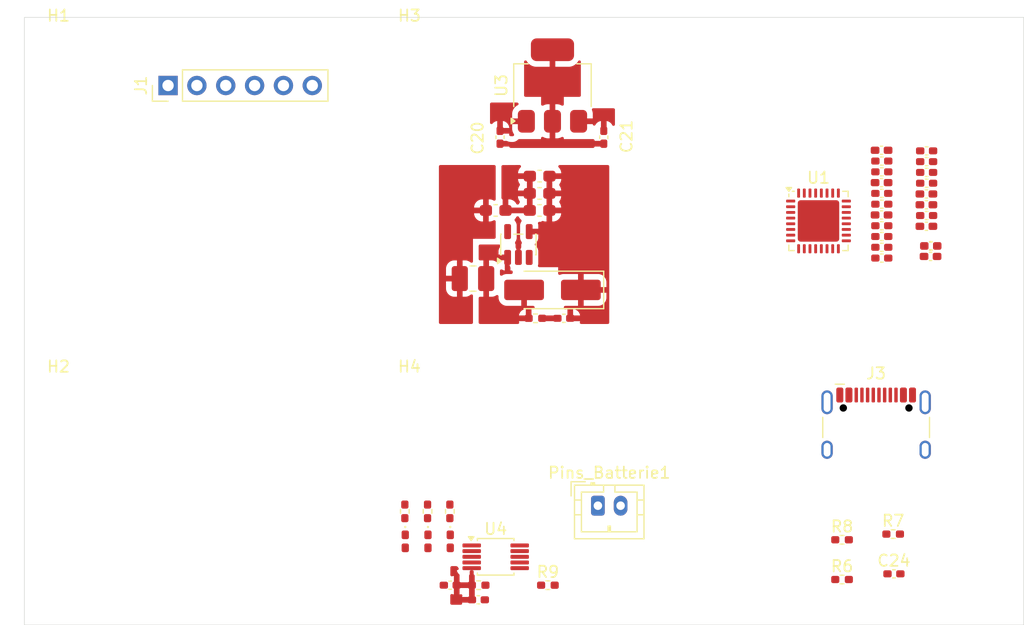
<source format=kicad_pcb>
(kicad_pcb (version 20241229) (generator "pcbnew") (generator_version "9.0")
  (layers (0 "F.Cu" signal) (2 "B.Cu" signal) (13 "F.Paste" user) (15 "B.Paste" user) (5 "F.SilkS" user "F.Silkscreen") (7 "B.SilkS" user "B.Silkscreen") (1 "F.Mask" user) (3 "B.Mask" user) (25 "Edge.Cuts" user))
  (net 0 "")
  (net 3 "Net-(C9-Pad1)")
  (net 10 "GND")
  (net 15 "Net-(C10-Pad1)")
  (net 16 "Net-(C11-Pad2)")
  (net 21 "Net-(U1-VCAP)")
  (net 22 "Net-(C13-Pad2)")
  (net 24 "Net-(U1-VFBSD)")
  (net 26 "Net-(U1-VLXSD)")
  (net 31 "Net-(U1-RX)")
  (net 32 "Net-(U1-TX_HP)")
  (net 33 "/Vout_StepUp")
  (net 34 "Net-(C17-Pad1)")
  (net 35 "Net-(D1-A)")
  (net 42 "/LDO_3.3V")
  (net 43 "/Vout_USBC")
  (net 44 "Net-(D2-K)")
  (net 45 "Net-(U4-STAT1)")
  (net 46 "Net-(D3-K)")
  (net 47 "Net-(U4-STAT2)")
  (net 48 "Net-(D4-K)")
  (net 49 "Net-(U4-~{PG})")
  (net 50 "Net-(U4-PROG)")
  (net 51 "Net-(U4-THERM)")
  (net 52 "Net-(L1-Pad1)")
  (net 53 "/Vout_Akku")
  (net 54 "Net-(J3-SHIELD)")
  (net 56 "Net-(J3-CC2)")
  (net 57 "Net-(J3-CC1)")
  (footprint "Capacitor_SMD:C_0402_1005Metric_Pad0.74x0.62mm_HandSolder" (layer "F.Cu") (at 167.0775 94.424727)
    (property "Reference" "C3" (hide yes))
    (property "Value" "C" (hide yes))
    (fp_line (start -0.115835 -0.36) (end 0.115835 -0.36) (stroke (width 0.12)) (layer "F.SilkS"))
    (fp_line (start -0.115835 0.36) (end 0.115835 0.36) (stroke (width 0.12)) (layer "F.SilkS"))
    (pad "1" smd roundrect (at -0.5675 0) (size 0.735 0.62) (layers "F.Cu" "F.Mask" "F.Paste") (net 10 "GND"))
    (pad "2" smd roundrect (at 0.5675 0) (size 0.735 0.62) (layers "F.Cu" "F.Mask" "F.Paste") (net 42 "/LDO_3.3V"))
  )
  (footprint "Package_TO_SOT_SMD:SOT-223" (layer "F.Cu") (at 134.13 86.772 90)
    (property "Reference" "U3" (at 0 -4.5 90) (layer "F.SilkS"))
    (property "Value" "LM3940IMP-3.3" (hide yes))
    (fp_line (start 1.91 -3.41) (end 1.91 -2.15) (stroke (width 0.12)) (layer "F.SilkS"))
    (fp_line (start -1.85 -3.41) (end 1.91 -3.41) (stroke (width 0.12)) (layer "F.SilkS"))
    (fp_line (start 1.91 3.41) (end 1.91 2.15) (stroke (width 0.12)) (layer "F.SilkS"))
    (fp_line (start -1.85 3.41) (end 1.91 3.41) (stroke (width 0.12)) (layer "F.SilkS"))
    (fp_poly (pts (xy -3.13 -3.31) (xy -3.37 -3.64) (xy -2.89 -3.64) (xy -3.13 -3.31)) (stroke (width 0.12)) (fill yes) (layer "F.SilkS"))
    (pad "1" smd roundrect (at -3.15 -2.3 90) (size 2 1.5) (layers "F.Cu" "F.Mask" "F.Paste") (net 33 "/Vout_StepUp"))
    (pad "2" smd roundrect (at -3.15 0 90) (size 2 1.5) (layers "F.Cu" "F.Mask" "F.Paste") (net 10 "GND"))
    (pad "3" smd roundrect (at -3.15 2.3 90) (size 2 1.5) (layers "F.Cu" "F.Mask" "F.Paste") (net 42 "/LDO_3.3V"))
    (pad "4" smd roundrect (at 3.15 0 90) (size 2 3.8) (layers "F.Cu" "F.Mask" "F.Paste") (net 10 "GND"))
  )
  (footprint "Capacitor_SMD:C_0402_1005Metric_Pad0.74x0.62mm_HandSolder" (layer "F.Cu") (at 163.13 99.119272)
    (property "Reference" "C7" (hide yes))
    (property "Value" "C" (hide yes))
    (fp_line (start -0.115835 -0.36) (end 0.115835 -0.36) (stroke (width 0.12)) (layer "F.SilkS"))
    (fp_line (start -0.115835 0.36) (end 0.115835 0.36) (stroke (width 0.12)) (layer "F.SilkS"))
    (pad "1" smd roundrect (at -0.5675 0) (size 0.735 0.62) (layers "F.Cu" "F.Mask" "F.Paste") (net 10 "GND"))
    (pad "2" smd roundrect (at 0.5675 0) (size 0.735 0.62) (layers "F.Cu" "F.Mask" "F.Paste") (net 42 "/LDO_3.3V"))
  )
  (footprint "Inductor_SMD:L_1008_2520Metric_Pad1.43x2.20mm_HandSolder" (layer "F.Cu") (at 127.13 103.772)
    (property "Reference" "L8" (hide yes))
    (property "Value" "2.2uH" (hide yes))
    (fp_line (start -0.261252 -1.11) (end 0.261252 -1.11) (stroke (width 0.12)) (layer "F.SilkS"))
    (fp_line (start -0.261252 1.11) (end 0.261252 1.11) (stroke (width 0.12)) (layer "F.SilkS"))
    (pad "1" smd roundrect (at -1.1625 0) (size 1.425 2.2) (layers "F.Cu" "F.Mask" "F.Paste") (roundrect_rratio 0.175439) (net 53 "/Vout_Akku"))
    (pad "2" smd roundrect (at 1.1625 0) (size 1.425 2.2) (layers "F.Cu" "F.Mask" "F.Paste") (roundrect_rratio 0.175439) (net 35 "Net-(D1-A)"))
  )
  (footprint "Capacitor_SMD:C_0402_1005Metric_Pad0.74x0.62mm_HandSolder" (layer "F.Cu") (at 167.0775 95.373818)
    (property "Reference" "C4" (hide yes))
    (property "Value" "C" (hide yes))
    (fp_line (start -0.115835 -0.36) (end 0.115835 -0.36) (stroke (width 0.12)) (layer "F.SilkS"))
    (fp_line (start -0.115835 0.36) (end 0.115835 0.36) (stroke (width 0.12)) (layer "F.SilkS"))
    (pad "1" smd roundrect (at -0.5675 0) (size 0.735 0.62) (layers "F.Cu" "F.Mask" "F.Paste") (net 10 "GND"))
    (pad "2" smd roundrect (at 0.5675 0) (size 0.735 0.62) (layers "F.Cu" "F.Mask" "F.Paste") (net 42 "/LDO_3.3V"))
  )
  (footprint "Inductor_SMD:L_0402_1005Metric_Pad0.77x0.64mm_HandSolder" (layer "F.Cu") (at 167.0575 97.272)
    (property "Reference" "L1" (hide yes))
    (property "Value" "L" (hide yes))
    (fp_line (start -0.1002 -0.36) (end 0.1002 -0.36) (stroke (width 0.12)) (layer "F.SilkS"))
    (fp_line (start -0.1002 0.36) (end 0.1002 0.36) (stroke (width 0.12)) (layer "F.SilkS"))
    (pad "1" smd roundrect (at -0.5725 0) (size 0.765 0.64) (layers "F.Cu" "F.Mask" "F.Paste") (net 52 "Net-(L1-Pad1)"))
    (pad "2" smd roundrect (at 0.5725 0) (size 0.765 0.64) (layers "F.Cu" "F.Mask" "F.Paste") (net 26 "Net-(U1-VLXSD)"))
  )
  (footprint "Capacitor_SMD:C_0402_1005Metric_Pad0.74x0.62mm_HandSolder" (layer "F.Cu") (at 163.13 97.22109)
    (property "Reference" "C12" (hide yes))
    (property "Value" "C" (hide yes))
    (fp_line (start -0.115835 -0.36) (end 0.115835 -0.36) (stroke (width 0.12)) (layer "F.SilkS"))
    (fp_line (start -0.115835 0.36) (end 0.115835 0.36) (stroke (width 0.12)) (layer "F.SilkS"))
    (pad "1" smd roundrect (at -0.5675 0) (size 0.735 0.62) (layers "F.Cu" "F.Mask" "F.Paste") (net 16 "Net-(C11-Pad2)"))
    (pad "2" smd roundrect (at 0.5675 0) (size 0.735 0.62) (layers "F.Cu" "F.Mask" "F.Paste") (net 10 "GND"))
  )
  (footprint "Inductor_SMD:L_0402_1005Metric_Pad0.77x0.64mm_HandSolder" (layer "F.Cu") (at 167.0575 99.170181)
    (property "Reference" "L3" (hide yes))
    (property "Value" "L" (hide yes))
    (fp_line (start -0.1002 -0.36) (end 0.1002 -0.36) (stroke (width 0.12)) (layer "F.SilkS"))
    (fp_line (start -0.1002 0.36) (end 0.1002 0.36) (stroke (width 0.12)) (layer "F.SilkS"))
    (pad "1" smd roundrect (at -0.5725 0) (size 0.765 0.64) (layers "F.Cu" "F.Mask" "F.Paste") (net 24 "Net-(U1-VFBSD)"))
    (pad "2" smd roundrect (at 0.5725 0) (size 0.765 0.64) (layers "F.Cu" "F.Mask" "F.Paste") (net 32 "Net-(U1-TX_HP)"))
  )
  (footprint "MountingHole:MountingHole_2.2mm_M2" (layer "F.Cu") (at 121.53 114.672)
    (property "Reference" "H4" (at 0 -3.15 0) (layer "F.SilkS"))
    (property "Value" "MountingHole")
    (pad "" np_thru_hole circle (at 0 0) (size 2.2 2.2) (drill 2.2) (layers "*.Cu" "*.Mask"))
  )
  (footprint "Diode_SMD:D_0402_1005Metric_Pad0.77x0.64mm_HandSolder" (layer "F.Cu") (at 121.166498 126.910886 -90)
    (property "Reference" "D2" (hide yes))
    (property "Value" "LED" (hide yes))
    (fp_circle (center -1.265 0) (end -1.215 0) (stroke (width 0.1)) (fill no) (layer "F.SilkS"))
    (pad "1" smd roundrect (at -0.5725 0 270) (size 0.765 0.64) (layers "F.Cu" "F.Mask" "F.Paste") (net 44 "Net-(D2-K)"))
    (pad "2" smd roundrect (at 0.5725 0 270) (size 0.765 0.64) (layers "F.Cu" "F.Mask" "F.Paste") (net 43 "/Vout_USBC"))
  )
  (footprint "MountingHole:MountingHole_2.2mm_M2" (layer "F.Cu") (at 90.63 114.672)
    (property "Reference" "H2" (at 0 -3.15 0) (layer "F.SilkS"))
    (property "Value" "MountingHole")
    (pad "" np_thru_hole circle (at 0 0) (size 2.2 2.2) (drill 2.2) (layers "*.Cu" "*.Mask"))
  )
  (footprint "Package_DFN_QFN:QFN-32-1EP_5x5mm_P0.5mm_EP3.7x3.7mm" (layer "F.Cu") (at 157.555 98.697)
    (property "Reference" "U1" (at 0 -3.8 0) (layer "F.SilkS"))
    (property "Value" "STM32WL31K8" (hide yes))
    (fp_line (start -2.61 -2.135) (end -2.61 -2.37) (stroke (width 0.12)) (layer "F.SilkS"))
    (fp_line (start -2.61 2.61) (end -2.61 2.135) (stroke (width 0.12)) (layer "F.SilkS"))
    (fp_line (start -2.135 -2.61) (end -2.31 -2.61) (stroke (width 0.12)) (layer "F.SilkS"))
    (fp_line (start -2.135 2.61) (end -2.61 2.61) (stroke (width 0.12)) (layer "F.SilkS"))
    (fp_line (start 2.135 -2.61) (end 2.61 -2.61) (stroke (width 0.12)) (layer "F.SilkS"))
    (fp_line (start 2.135 2.61) (end 2.61 2.61) (stroke (width 0.12)) (layer "F.SilkS"))
    (fp_line (start 2.61 -2.61) (end 2.61 -2.135) (stroke (width 0.12)) (layer "F.SilkS"))
    (fp_line (start 2.61 2.61) (end 2.61 2.135) (stroke (width 0.12)) (layer "F.SilkS"))
    (fp_poly (pts (xy -2.61 -2.61) (xy -2.85 -2.94) (xy -2.37 -2.94)) (stroke (width 0.12)) (fill yes) (layer "F.SilkS"))
    (pad "1" smd roundrect (at -2.45 -1.75) (size 0.8 0.25) (layers "F.Cu" "F.Mask" "F.Paste"))
    (pad "2" smd roundrect (at -2.45 -1.25) (size 0.8 0.25) (layers "F.Cu" "F.Mask" "F.Paste"))
    (pad "3" smd roundrect (at -2.45 -0.75) (size 0.8 0.25) (layers "F.Cu" "F.Mask" "F.Paste") (net 42 "/LDO_3.3V"))
    (pad "4" smd roundrect (at -2.45 -0.25) (size 0.8 0.25) (layers "F.Cu" "F.Mask" "F.Paste"))
    (pad "5" smd roundrect (at -2.45 0.25) (size 0.8 0.25) (layers "F.Cu" "F.Mask" "F.Paste"))
    (pad "6" smd roundrect (at -2.45 0.75) (size 0.8 0.25) (layers "F.Cu" "F.Mask" "F.Paste"))
    (pad "7" smd roundrect (at -2.45 1.25) (size 0.8 0.25) (layers "F.Cu" "F.Mask" "F.Paste"))
    (pad "8" smd roundrect (at -2.45 1.75) (size 0.8 0.25) (layers "F.Cu" "F.Mask" "F.Paste"))
    (pad "9" smd roundrect (at -1.75 2.45) (size 0.25 0.8) (layers "F.Cu" "F.Mask" "F.Paste"))
    (pad "10" smd roundrect (at -1.25 2.45) (size 0.25 0.8) (layers "F.Cu" "F.Mask" "F.Paste"))
    (pad "11" smd roundrect (at -0.75 2.45) (size 0.25 0.8) (layers "F.Cu" "F.Mask" "F.Paste"))
    (pad "12" smd roundrect (at -0.25 2.45) (size 0.25 0.8) (layers "F.Cu" "F.Mask" "F.Paste"))
    (pad "13" smd roundrect (at 0.25 2.45) (size 0.25 0.8) (layers "F.Cu" "F.Mask" "F.Paste"))
    (pad "14" smd roundrect (at 0.75 2.45) (size 0.25 0.8) (layers "F.Cu" "F.Mask" "F.Paste"))
    (pad "15" smd roundrect (at 1.25 2.45) (size 0.25 0.8) (layers "F.Cu" "F.Mask" "F.Paste") (net 31 "Net-(U1-RX)"))
    (pad "16" smd roundrect (at 1.75 2.45) (size 0.25 0.8) (layers "F.Cu" "F.Mask" "F.Paste") (net 10 "GND"))
    (pad "17" smd roundrect (at 2.45 1.75) (size 0.8 0.25) (layers "F.Cu" "F.Mask" "F.Paste") (net 32 "Net-(U1-TX_HP)"))
    (pad "18" smd roundrect (at 2.45 1.25) (size 0.8 0.25) (layers "F.Cu" "F.Mask" "F.Paste"))
    (pad "19" smd roundrect (at 2.45 0.75) (size 0.8 0.25) (layers "F.Cu" "F.Mask" "F.Paste") (net 42 "/LDO_3.3V"))
    (pad "20" smd roundrect (at 2.45 0.25) (size 0.8 0.25) (layers "F.Cu" "F.Mask" "F.Paste"))
    (pad "21" smd roundrect (at 2.45 -0.25) (size 0.8 0.25) (layers "F.Cu" "F.Mask" "F.Paste"))
    (pad "22" smd roundrect (at 2.45 -0.75) (size 0.8 0.25) (layers "F.Cu" "F.Mask" "F.Paste"))
    (pad "23" smd roundrect (at 2.45 -1.25) (size 0.8 0.25) (layers "F.Cu" "F.Mask" "F.Paste"))
    (pad "24" smd roundrect (at 2.45 -1.75) (size 0.8 0.25) (layers "F.Cu" "F.Mask" "F.Paste"))
    (pad "25" smd roundrect (at 1.75 -2.45) (size 0.25 0.8) (layers "F.Cu" "F.Mask" "F.Paste") (net 42 "/LDO_3.3V"))
    (pad "26" smd roundrect (at 1.25 -2.45) (size 0.25 0.8) (layers "F.Cu" "F.Mask" "F.Paste") (net 26 "Net-(U1-VLXSD)"))
    (pad "27" smd roundrect (at 0.75 -2.45) (size 0.25 0.8) (layers "F.Cu" "F.Mask" "F.Paste") (net 10 "GND"))
    (pad "28" smd roundrect (at 0.25 -2.45) (size 0.25 0.8) (layers "F.Cu" "F.Mask" "F.Paste") (net 24 "Net-(U1-VFBSD)"))
    (pad "29" smd roundrect (at -0.25 -2.45) (size 0.25 0.8) (layers "F.Cu" "F.Mask" "F.Paste") (net 21 "Net-(U1-VCAP)"))
    (pad "30" smd roundrect (at -0.75 -2.45) (size 0.25 0.8) (layers "F.Cu" "F.Mask" "F.Paste"))
    (pad "31" smd roundrect (at -1.25 -2.45) (size 0.25 0.8) (layers "F.Cu" "F.Mask" "F.Paste"))
    (pad "32" smd roundrect (at -1.75 -2.45) (size 0.25 0.8) (layers "F.Cu" "F.Mask" "F.Paste"))
    (pad "33" smd roundrect (at 0 0) (size 3.65 3.65) (property pad_prop_heatsink) (layers "F.Cu" "F.Mask") (roundrect_rratio 0.06756756757) (net 10 "GND"))
  )
  (footprint "Inductor_SMD:L_0402_1005Metric_Pad0.77x0.64mm_HandSolder" (layer "F.Cu") (at 167.4225 101.822909)
    (property "Reference" "L4" (hide yes))
    (property "Value" "L" (hide yes))
    (fp_line (start -0.1002 -0.36) (end 0.1002 -0.36) (stroke (width 0.12)) (layer "F.SilkS"))
    (fp_line (start -0.1002 0.36) (end 0.1002 0.36) (stroke (width 0.12)) (layer "F.SilkS"))
    (pad "1" smd roundrect (at -0.5725 0) (size 0.765 0.64) (layers "F.Cu" "F.Mask" "F.Paste") (net 32 "Net-(U1-TX_HP)"))
    (pad "2" smd roundrect (at 0.5725 0) (size 0.765 0.64) (layers "F.Cu" "F.Mask" "F.Paste") (net 3 "Net-(C9-Pad1)"))
  )
  (footprint "Resistor_SMD:R_0402_1005Metric_Pad0.72x0.64mm_HandSolder" (layer "F.Cu") (at 159.63 126.772)
    (property "Reference" "R8" (at 0 -1.17 0) (layer "F.SilkS"))
    (property "Value" "1MOhm")
    (fp_line (start -0.167621 -0.38) (end 0.167621 -0.38) (stroke (width 0.12)) (layer "F.SilkS"))
    (fp_line (start -0.167621 0.38) (end 0.167621 0.38) (stroke (width 0.12)) (layer "F.SilkS"))
    (pad "1" smd roundrect (at -0.5975 0) (size 0.715 0.64) (layers "F.Cu" "F.Mask" "F.Paste") (net 10 "GND"))
    (pad "2" smd roundrect (at 0.5975 0) (size 0.715 0.64) (layers "F.Cu" "F.Mask" "F.Paste") (net 54 "Net-(J3-SHIELD)"))
  )
  (footprint "Connector_PinHeader_2.54mm:PinHeader_1x06_P2.54mm_Vertical" (layer "F.Cu") (at 100.28 86.772 90)
    (property "Reference" "J1" (at 0 -2.38 90) (layer "F.SilkS"))
    (property "Value" "Conn_01x06_Socket")
    (fp_line (start -1.38 -1.38) (end 0 -1.38) (stroke (width 0.12)) (layer "F.SilkS"))
    (fp_line (start -1.38 0) (end -1.38 -1.38) (stroke (width 0.12)) (layer "F.SilkS"))
    (fp_line (start 1.38 1.27) (end 1.38 14.08) (stroke (width 0.12)) (layer "F.SilkS"))
    (fp_line (start -1.38 1.27) (end 1.38 1.27) (stroke (width 0.12)) (layer "F.SilkS"))
    (fp_line (start -1.38 1.27) (end -1.38 14.08) (stroke (width 0.12)) (layer "F.SilkS"))
    (fp_line (start -1.38 14.08) (end 1.38 14.08) (stroke (width 0.12)) (layer "F.SilkS"))
    (pad "1" thru_hole rect (at 0 0 90) (size 1.7 1.7) (drill 1) (layers "*.Cu" "*.Mask") (net 10 "GND"))
    (pad "2" thru_hole circle (at 0 2.54 90) (size 1.7 1.7) (drill 1) (layers "*.Cu" "*.Mask"))
    (pad "3" thru_hole circle (at 0 5.08 90) (size 1.7 1.7) (drill 1) (layers "*.Cu" "*.Mask") (net 33 "/Vout_StepUp"))
    (pad "4" thru_hole circle (at 0 7.62 90) (size 1.7 1.7) (drill 1) (layers "*.Cu" "*.Mask"))
    (pad "5" thru_hole circle (at 0 10.16 90) (size 1.7 1.7) (drill 1) (layers "*.Cu" "*.Mask"))
    (pad "6" thru_hole circle (at 0 12.7 90) (size 1.7 1.7) (drill 1) (layers "*.Cu" "*.Mask"))
  )
  (footprint "Connector_USB:USB_C_Receptacle_HCTL_HC-TYPE-C-16P-01A" (layer "F.Cu") (at 162.63 117.772)
    (property "Reference" "J3" (at 0 -5.645 0) (layer "F.SilkS"))
    (property "Value" "USB_C_Receptacle_USB2.0_16P")
    (fp_line (start -4.7 -1.78) (end -4.7 0) (stroke (width 0.12)) (layer "F.SilkS"))
    (fp_line (start -2.8 -4.7) (end -3.6 -4.7) (stroke (width 0.12)) (layer "F.SilkS"))
    (fp_line (start 4.7 -1.78) (end 4.7 0) (stroke (width 0.12)) (layer "F.SilkS"))
    (pad "" np_thru_hole circle (at -2.89 -2.605) (size 0.65 0.65) (drill 0.65) (layers "*.Mask"))
    (pad "" np_thru_hole circle (at 2.89 -2.605) (size 0.65 0.65) (drill 0.65) (layers "*.Mask"))
    (pad "A1" smd roundrect (at -3.2 -3.745) (size 0.6 1.3) (layers "F.Cu" "F.Mask" "F.Paste") (net 10 "GND"))
    (pad "A4" smd roundrect (at -2.4 -3.745) (size 0.6 1.3) (layers "F.Cu" "F.Mask" "F.Paste") (net 43 "/Vout_USBC"))
    (pad "A5" smd roundrect (at -1.25 -3.745) (size 0.3 1.3) (layers "F.Cu" "F.Mask" "F.Paste") (net 57 "Net-(J3-CC1)"))
    (pad "A6" smd roundrect (at -0.25 -3.745) (size 0.3 1.3) (layers "F.Cu" "F.Mask" "F.Paste"))
    (pad "A7" smd roundrect (at 0.25 -3.745) (size 0.3 1.3) (layers "F.Cu" "F.Mask" "F.Paste"))
    (pad "A8" smd roundrect (at 1.25 -3.745) (size 0.3 1.3) (layers "F.Cu" "F.Mask" "F.Paste"))
    (pad "A9" smd roundrect (at 2.4 -3.745) (size 0.6 1.3) (layers "F.Cu" "F.Mask" "F.Paste") (net 43 "/Vout_USBC"))
    (pad "A12" smd roundrect (at 3.2 -3.745) (size 0.6 1.3) (layers "F.Cu" "F.Mask" "F.Paste") (net 10 "GND"))
    (pad "B1" smd roundrect (at 3.2 -3.745) (size 0.6 1.3) (layers "F.Cu" "F.Mask" "F.Paste") (net 10 "GND"))
    (pad "B4" smd roundrect (at 2.4 -3.745) (size 0.6 1.3) (layers "F.Cu" "F.Mask" "F.Paste") (net 43 "/Vout_USBC"))
    (pad "B5" smd roundrect (at 1.75 -3.745) (size 0.3 1.3) (layers "F.Cu" "F.Mask" "F.Paste") (net 56 "Net-(J3-CC2)"))
    (pad "B6" smd roundrect (at 0.75 -3.745) (size 0.3 1.3) (layers "F.Cu" "F.Mask" "F.Paste"))
    (pad "B7" smd roundrect (at -0.75 -3.745) (size 0.3 1.3) (layers "F.Cu" "F.Mask" "F.Paste"))
    (pad "B8" smd roundrect (at -1.75 -3.745) (size 0.3 1.3) (layers "F.Cu" "F.Mask" "F.Paste"))
    (pad "B9" smd roundrect (at -2.4 -3.745) (size 0.6 1.3) (layers "F.Cu" "F.Mask" "F.Paste") (net 43 "/Vout_USBC"))
    (pad "B12" smd roundrect (at -3.2 -3.745) (size 0.6 1.3) (layers "F.Cu" "F.Mask" "F.Paste") (net 10 "GND"))
    (pad "S1" thru_hole oval (at -4.32 -3.105) (size 1 2.1) (drill oval 0.6 1.7) (property pad_prop_heatsink) (layers "*.Cu" "*.Mask") (net 54 "Net-(J3-SHIELD)"))
    (pad "S1" thru_hole oval (at -4.32 1.075) (size 1 1.6) (drill oval 0.6 1.2) (property pad_prop_heatsink) (layers "*.Cu" "*.Mask") (net 54 "Net-(J3-SHIELD)"))
    (pad "S1" thru_hole oval (at 4.32 -3.105) (size 1 2.1) (drill oval 0.6 1.7) (property pad_prop_heatsink) (layers "*.Cu" "*.Mask") (net 54 "Net-(J3-SHIELD)"))
    (pad "S1" thru_hole oval (at 4.32 1.075) (size 1 1.6) (drill oval 0.6 1.2) (property pad_prop_heatsink) (layers "*.Cu" "*.Mask") (net 54 "Net-(J3-SHIELD)"))
  )
  (footprint "Capacitor_SMD:C_0603_1608Metric_Pad1.08x0.95mm_HandSolder" (layer "F.Cu") (at 132.9925 97.772)
    (property "Reference" "C18" (hide yes))
    (property "Value" "10uF" (hide yes))
    (fp_line (start -0.146267 -0.51) (end 0.146267 -0.51) (stroke (width 0.12)) (layer "F.SilkS"))
    (fp_line (start -0.146267 0.51) (end 0.146267 0.51) (stroke (width 0.12)) (layer "F.SilkS"))
    (pad "1" smd roundrect (at -0.8625 0) (size 1.075 0.95) (layers "F.Cu" "F.Mask" "F.Paste") (net 10 "GND"))
    (pad "2" smd roundrect (at 0.8625 0) (size 1.075 0.95) (layers "F.Cu" "F.Mask" "F.Paste") (net 33 "/Vout_StepUp"))
  )
  (footprint "Resistor_SMD:R_0402_1005Metric_Pad0.72x0.64mm_HandSolder" (layer "F.Cu") (at 123.13 124.272 90)
    (property "Reference" "R3" (hide yes))
    (property "Value" "470Ohm" (hide yes))
    (fp_line (start -0.167621 -0.38) (end 0.167621 -0.38) (stroke (width 0.12)) (layer "F.SilkS"))
    (fp_line (start -0.167621 0.38) (end 0.167621 0.38) (stroke (width 0.12)) (layer "F.SilkS"))
    (pad "1" smd roundrect (at -0.5975 0 90) (size 0.715 0.64) (layers "F.Cu" "F.Mask" "F.Paste") (net 46 "Net-(D3-K)"))
    (pad "2" smd roundrect (at 0.5975 0 90) (size 0.715 0.64) (layers "F.Cu" "F.Mask" "F.Paste") (net 47 "Net-(U4-STAT2)"))
  )
  (footprint "Capacitor_SMD:C_0402_1005Metric_Pad0.74x0.62mm_HandSolder" (layer "F.Cu") (at 138.648209 91.329913 -90)
    (property "Reference" "C21" (at -0.0675 -2 90) (layer "F.SilkS"))
    (property "Value" "33uF" (hide yes))
    (fp_line (start -0.115835 0.36) (end 0.115835 0.36) (stroke (width 0.12)) (layer "F.SilkS"))
    (fp_line (start -0.115835 -0.36) (end 0.115835 -0.36) (stroke (width 0.12)) (layer "F.SilkS"))
    (pad "1" smd roundrect (at -0.5675 0 270) (size 0.735 0.62) (layers "F.Cu" "F.Mask" "F.Paste") (net 42 "/LDO_3.3V"))
    (pad "2" smd roundrect (at 0.5675 0 270) (size 0.735 0.62) (layers "F.Cu" "F.Mask" "F.Paste") (net 10 "GND"))
  )
  (footprint "Resistor_SMD:R_0402_1005Metric_Pad0.72x0.64mm_HandSolder" (layer "F.Cu") (at 125.093502 124.272 90)
    (property "Reference" "R4" (hide yes))
    (property "Value" "470Ohm" (hide yes))
    (fp_line (start -0.167621 -0.38) (end 0.167621 -0.38) (stroke (width 0.12)) (layer "F.SilkS"))
    (fp_line (start -0.167621 0.38) (end 0.167621 0.38) (stroke (width 0.12)) (layer "F.SilkS"))
    (pad "1" smd roundrect (at -0.5975 0 90) (size 0.715 0.64) (layers "F.Cu" "F.Mask" "F.Paste") (net 48 "Net-(D4-K)"))
    (pad "2" smd roundrect (at 0.5975 0 90) (size 0.715 0.64) (layers "F.Cu" "F.Mask" "F.Paste") (net 49 "Net-(U4-~{PG})"))
  )
  (footprint "Inductor_SMD:L_0402_1005Metric_Pad0.77x0.64mm_HandSolder" (layer "F.Cu") (at 167.0575 96.322909)
    (property "Reference" "L2" (hide yes))
    (property "Value" "L" (hide yes))
    (fp_line (start -0.1002 -0.36) (end 0.1002 -0.36) (stroke (width 0.12)) (layer "F.SilkS"))
    (fp_line (start -0.1002 0.36) (end 0.1002 0.36) (stroke (width 0.12)) (layer "F.SilkS"))
    (pad "1" smd roundrect (at -0.5725 0) (size 0.765 0.64) (layers "F.Cu" "F.Mask" "F.Paste") (net 24 "Net-(U1-VFBSD)"))
    (pad "2" smd roundrect (at 0.5725 0) (size 0.765 0.64) (layers "F.Cu" "F.Mask" "F.Paste") (net 52 "Net-(L1-Pad1)"))
  )
  (footprint "Capacitor_SMD:C_0402_1005Metric_Pad0.74x0.62mm_HandSolder" (layer "F.Cu") (at 163.13 94.373818)
    (property "Reference" "C6" (hide yes))
    (property "Value" "C" (hide yes))
    (fp_line (start -0.115835 -0.36) (end 0.115835 -0.36) (stroke (width 0.12)) (layer "F.SilkS"))
    (fp_line (start -0.115835 0.36) (end 0.115835 0.36) (stroke (width 0.12)) (layer "F.SilkS"))
    (pad "1" smd roundrect (at -0.5675 0) (size 0.735 0.62) (layers "F.Cu" "F.Mask" "F.Paste") (net 10 "GND"))
    (pad "2" smd roundrect (at 0.5675 0) (size 0.735 0.62) (layers "F.Cu" "F.Mask" "F.Paste") (net 24 "Net-(U1-VFBSD)"))
  )
  (footprint "Resistor_SMD:R_0402_1005Metric_Pad0.72x0.64mm_HandSolder" (layer "F.Cu") (at 164.13 126.272)
    (property "Reference" "R7" (at 0 -1.17 0) (layer "F.SilkS"))
    (property "Value" "5,1kOhm")
    (fp_line (start -0.167621 -0.38) (end 0.167621 -0.38) (stroke (width 0.12)) (layer "F.SilkS"))
    (fp_line (start -0.167621 0.38) (end 0.167621 0.38) (stroke (width 0.12)) (layer "F.SilkS"))
    (pad "1" smd roundrect (at -0.5975 0) (size 0.715 0.64) (layers "F.Cu" "F.Mask" "F.Paste") (net 56 "Net-(J3-CC2)"))
    (pad "2" smd roundrect (at 0.5975 0) (size 0.715 0.64) (layers "F.Cu" "F.Mask" "F.Paste") (net 10 "GND"))
  )
  (footprint "Package_SO:MSOP-10_3x3mm_P0.5mm" (layer "F.Cu") (at 129.13 128.272)
    (property "Reference" "U4" (at 0 -2.45 0) (layer "F.SilkS"))
    (property "Value" "MCP73833-xxx-UN" (hide yes))
    (fp_line (start -1.61 -1.61) (end 1.61 -1.61) (stroke (width 0.12)) (layer "F.SilkS"))
    (fp_line (start -1.61 -1.435) (end -1.61 -1.61) (stroke (width 0.12)) (layer "F.SilkS"))
    (fp_line (start -1.61 1.61) (end -1.61 1.435) (stroke (width 0.12)) (layer "F.SilkS"))
    (fp_line (start 1.61 -1.61) (end 1.61 -1.435) (stroke (width 0.12)) (layer "F.SilkS"))
    (fp_line (start 1.61 1.435) (end 1.61 1.61) (stroke (width 0.12)) (layer "F.SilkS"))
    (fp_line (start 1.61 1.61) (end -1.61 1.61) (stroke (width 0.12)) (layer "F.SilkS"))
    (fp_poly (pts (xy -2.16 -1.44) (xy -2.4 -1.77) (xy -1.92 -1.77)) (stroke (width 0.12)) (fill yes) (layer "F.SilkS"))
    (pad "1" smd roundrect (at -2.1125 -1) (size 1.625 0.35) (layers "F.Cu" "F.Mask" "F.Paste") (net 43 "/Vout_USBC"))
    (pad "2" smd roundrect (at -2.1125 -0.5) (size 1.625 0.35) (layers "F.Cu" "F.Mask" "F.Paste") (net 43 "/Vout_USBC"))
    (pad "3" smd roundrect (at -2.1125 0) (size 1.625 0.35) (layers "F.Cu" "F.Mask" "F.Paste") (net 45 "Net-(U4-STAT1)"))
    (pad "4" smd roundrect (at -2.1125 0.5) (size 1.625 0.35) (layers "F.Cu" "F.Mask" "F.Paste") (net 47 "Net-(U4-STAT2)"))
    (pad "5" smd roundrect (at -2.1125 1) (size 1.625 0.35) (layers "F.Cu" "F.Mask" "F.Paste") (net 10 "GND"))
    (pad "6" smd roundrect (at 2.1125 1) (size 1.625 0.35) (layers "F.Cu" "F.Mask" "F.Paste") (net 50 "Net-(U4-PROG)"))
    (pad "7" smd roundrect (at 2.1125 0.5) (size 1.625 0.35) (layers "F.Cu" "F.Mask" "F.Paste") (net 49 "Net-(U4-~{PG})"))
    (pad "8" smd roundrect (at 2.1125 0) (size 1.625 0.35) (layers "F.Cu" "F.Mask" "F.Paste") (net 51 "Net-(U4-THERM)"))
    (pad "9" smd roundrect (at 2.1125 -0.5) (size 1.625 0.35) (layers "F.Cu" "F.Mask" "F.Paste") (net 53 "/Vout_Akku"))
    (pad "10" smd roundrect (at 2.1125 -1) (size 1.625 0.35) (layers "F.Cu" "F.Mask" "F.Paste") (net 53 "/Vout_Akku"))
  )
  (footprint "Diode_SMD:D_0402_1005Metric_Pad0.77x0.64mm_HandSolder" (layer "F.Cu") (at 123.166498 126.910886 -90)
    (property "Reference" "D3" (hide yes))
    (property "Value" "LED" (hide yes))
    (fp_circle (center -1.265 0) (end -1.215 0) (stroke (width 0.1)) (fill no) (layer "F.SilkS"))
    (pad "1" smd roundrect (at -0.5725 0 270) (size 0.765 0.64) (layers "F.Cu" "F.Mask" "F.Paste") (net 46 "Net-(D3-K)"))
    (pad "2" smd roundrect (at 0.5725 0 270) (size 0.765 0.64) (layers "F.Cu" "F.Mask" "F.Paste") (net 43 "/Vout_USBC"))
  )
  (footprint "Package_TO_SOT_SMD:SOT-23-5" (layer "F.Cu") (at 131.13 100.772 90)
    (property "Reference" "U2" (hide yes))
    (property "Value" "TPS613222ADBV" (hide yes))
    (fp_line (start 0.91 -1.56) (end 0.91 -1.51) (stroke (width 0.12)) (layer "F.SilkS"))
    (fp_line (start -0.91 -1.56) (end 0.91 -1.56) (stroke (width 0.12)) (layer "F.SilkS"))
    (fp_line (start -0.91 -1.51) (end -0.91 -1.56) (stroke (width 0.12)) (layer "F.SilkS"))
    (fp_line (start 0.91 -0.39) (end 0.91 0.39) (stroke (width 0.12)) (layer "F.SilkS"))
    (fp_line (start 0.91 1.51) (end 0.91 1.56) (stroke (width 0.12)) (layer "F.SilkS"))
    (fp_line (start 0.91 1.56) (end -0.91 1.56) (stroke (width 0.12)) (layer "F.SilkS"))
    (fp_line (start -0.91 1.56) (end -0.91 1.51) (stroke (width 0.12)) (layer "F.SilkS"))
    (fp_poly (pts (xy -1.45 -1.51) (xy -1.69 -1.84) (xy -1.21 -1.84)) (stroke (width 0.12)) (fill yes) (layer "F.SilkS"))
    (pad "1" smd roundrect (at -1.1375 -0.95 90) (size 1.325 0.6) (layers "F.Cu" "F.Mask" "F.Paste") (net 35 "Net-(D1-A)"))
    (pad "2" smd roundrect (at -1.1375 0 90) (size 1.325 0.6) (layers "F.Cu" "F.Mask" "F.Paste") (net 10 "GND"))
    (pad "3" smd roundrect (at -1.1375 0.95 90) (size 1.325 0.6) (layers "F.Cu" "F.Mask" "F.Paste"))
    (pad "4" smd roundrect (at 1.1375 0.95 90) (size 1.325 0.6) (layers "F.Cu" "F.Mask" "F.Paste") (net 33 "/Vout_StepUp"))
    (pad "5" smd roundrect (at 1.1375 -0.95 90) (size 1.325 0.6) (layers "F.Cu" "F.Mask" "F.Paste"))
  )
  (footprint "Capacitor_SMD:C_0603_1608Metric_Pad1.08x0.95mm_HandSolder" (layer "F.Cu") (at 129.13 97.772 180)
    (property "Reference" "C25" (hide yes))
    (property "Value" "10uF" (hide yes))
    (fp_line (start -0.146267 0.51) (end 0.146267 0.51) (stroke (width 0.12)) (layer "F.SilkS"))
    (fp_line (start -0.146267 -0.51) (end 0.146267 -0.51) (stroke (width 0.12)) (layer "F.SilkS"))
    (pad "1" smd roundrect (at -0.8625 0 180) (size 1.075 0.95) (layers "F.Cu" "F.Mask" "F.Paste") (net 10 "GND"))
    (pad "2" smd roundrect (at 0.8625 0 180) (size 1.075 0.95) (layers "F.Cu" "F.Mask" "F.Paste") (net 53 "/Vout_Akku"))
  )
  (footprint "Resistor_SMD:R_0402_1005Metric_Pad0.72x0.64mm_HandSolder" (layer "F.Cu") (at 133.7275 130.772)
    (property "Reference" "R9" (at 0 -1.17 0) (layer "F.SilkS"))
    (property "Value" "10kOhm")
    (fp_line (start -0.167621 -0.38) (end 0.167621 -0.38) (stroke (width 0.12)) (layer "F.SilkS"))
    (fp_line (start -0.167621 0.38) (end 0.167621 0.38) (stroke (width 0.12)) (layer "F.SilkS"))
    (pad "1" smd roundrect (at -0.5975 0) (size 0.715 0.64) (layers "F.Cu" "F.Mask" "F.Paste") (net 51 "Net-(U4-THERM)"))
    (pad "2" smd roundrect (at 0.5975 0) (size 0.715 0.64) (layers "F.Cu" "F.Mask" "F.Paste") (net 10 "GND"))
  )
  (footprint "Capacitor_SMD:C_0402_1005Metric_Pad0.74x0.62mm_HandSolder" (layer "F.Cu") (at 163.13 93.424727)
    (property "Reference" "C11" (hide yes))
    (property "Value" "C" (hide yes))
    (fp_line (start -0.115835 -0.36) (end 0.115835 -0.36) (stroke (width 0.12)) (layer "F.SilkS"))
    (fp_line (start -0.115835 0.36) (end 0.115835 0.36) (stroke (width 0.12)) (layer "F.SilkS"))
    (pad "1" smd roundrect (at -0.5675 0) (size 0.735 0.62) (layers "F.Cu" "F.Mask" "F.Paste") (net 15 "Net-(C10-Pad1)"))
    (pad "2" smd roundrect (at 0.5675 0) (size 0.735 0.62) (layers "F.Cu" "F.Mask" "F.Paste") (net 16 "Net-(C11-Pad2)"))
  )
  (footprint "Capacitor_SMD:C_0402_1005Metric_Pad0.74x0.62mm_HandSolder" (layer "F.Cu") (at 163.13 96.272)
    (property "Reference" "C1" (hide yes))
    (property "Value" "100nF" (hide yes))
    (fp_line (start -0.115835 -0.36) (end 0.115835 -0.36) (stroke (width 0.12)) (layer "F.SilkS"))
    (fp_line (start -0.115835 0.36) (end 0.115835 0.36) (stroke (width 0.12)) (layer "F.SilkS"))
    (pad "1" smd roundrect (at -0.5675 0) (size 0.735 0.62) (layers "F.Cu" "F.Mask" "F.Paste") (net 10 "GND"))
    (pad "2" smd roundrect (at 0.5675 0) (size 0.735 0.62) (layers "F.Cu" "F.Mask" "F.Paste") (net 21 "Net-(U1-VCAP)"))
  )
  (footprint "Capacitor_SMD:C_0402_1005Metric_Pad0.74x0.62mm_HandSolder" (layer "F.Cu") (at 125.13 130.772)
    (property "Reference" "C22" (hide yes))
    (property "Value" "1uF" (hide yes))
    (fp_line (start -0.115835 -0.36) (end 0.115835 -0.36) (stroke (width 0.12)) (layer "F.SilkS"))
    (fp_line (start -0.115835 0.36) (end 0.115835 0.36) (stroke (width 0.12)) (layer "F.SilkS"))
    (pad "1" smd roundrect (at -0.5675 0) (size 0.735 0.62) (layers "F.Cu" "F.Mask" "F.Paste") (net 43 "/Vout_USBC"))
    (pad "2" smd roundrect (at 0.5675 0) (size 0.735 0.62) (layers "F.Cu" "F.Mask" "F.Paste") (net 10 "GND"))
  )
  (footprint "Resistor_SMD:R_0402_1005Metric_Pad0.72x0.64mm_HandSolder" (layer "F.Cu") (at 121.13 124.272 90)
    (property "Reference" "R2" (hide yes))
    (property "Value" "470Ohm" (hide yes))
    (fp_line (start -0.167621 -0.38) (end 0.167621 -0.38) (stroke (width 0.12)) (layer "F.SilkS"))
    (fp_line (start -0.167621 0.38) (end 0.167621 0.38) (stroke (width 0.12)) (layer "F.SilkS"))
    (pad "1" smd roundrect (at -0.5975 0 90) (size 0.715 0.64) (layers "F.Cu" "F.Mask" "F.Paste") (net 44 "Net-(D2-K)"))
    (pad "2" smd roundrect (at 0.5975 0 90) (size 0.715 0.64) (layers "F.Cu" "F.Mask" "F.Paste") (net 45 "Net-(U4-STAT1)"))
  )
  (footprint "Capacitor_SMD:C_0402_1005Metric_Pad0.74x0.62mm_HandSolder" (layer "F.Cu") (at 163.13 101.966545)
    (property "Reference" "C15" (hide yes))
    (property "Value" "C" (hide yes))
    (fp_line (start -0.115835 -0.36) (end 0.115835 -0.36) (stroke (width 0.12)) (layer "F.SilkS"))
    (fp_line (start -0.115835 0.36) (end 0.115835 0.36) (stroke (width 0.12)) (layer "F.SilkS"))
    (pad "1" smd roundrect (at -0.5675 0) (size 0.735 0.62) (layers "F.Cu" "F.Mask" "F.Paste") (net 22 "Net-(C13-Pad2)"))
    (pad "2" smd roundrect (at 0.5675 0) (size 0.735 0.62) (layers "F.Cu" "F.Mask" "F.Paste") (net 10 "GND"))
  )
  (footprint "Capacitor_SMD:C_0402_1005Metric_Pad0.74x0.62mm_HandSolder" (layer "F.Cu") (at 135.13 107.272)
    (property "Reference" "C17" (hide yes))
    (property "Value" "120pF" (hide yes))
    (fp_line (start -0.115835 -0.36) (end 0.115835 -0.36) (stroke (width 0.12)) (layer "F.SilkS"))
    (fp_line (start -0.115835 0.36) (end 0.115835 0.36) (stroke (width 0.12)) (layer "F.SilkS"))
    (pad "1" smd roundrect (at -0.5675 0) (size 0.735 0.62) (layers "F.Cu" "F.Mask" "F.Paste") (net 34 "Net-(C17-Pad1)"))
    (pad "2" smd roundrect (at 0.5675 0) (size 0.735 0.62) (layers "F.Cu" "F.Mask" "F.Paste") (net 33 "/Vout_StepUp"))
  )
  (footprint "Capacitor_SMD:C_0402_1005Metric_Pad0.74x0.62mm_HandSolder" (layer "F.Cu") (at 167.0775 93.475636)
    (property "Reference" "C2" (hide yes))
    (property "Value" "C" (hide yes))
    (fp_line (start -0.115835 -0.36) (end 0.115835 -0.36) (stroke (width 0.12)) (layer "F.SilkS"))
    (fp_line (start -0.115835 0.36) (end 0.115835 0.36) (stroke (width 0.12)) (layer "F.SilkS"))
    (pad "1" smd roundrect (at -0.5675 0) (size 0.735 0.62) (layers "F.Cu" "F.Mask" "F.Paste") (net 10 "GND"))
    (pad "2" smd roundrect (at 0.5675 0) (size 0.735 0.62) (layers "F.Cu" "F.Mask" "F.Paste") (net 42 "/LDO_3.3V"))
  )
  (footprint "Capacitor_SMD:C_0402_1005Metric_Pad0.74x0.62mm_HandSolder" (layer "F.Cu") (at 167.0775 98.22109)
    (property "Reference" "C5" (hide yes))
    (property "Value" "C" (hide yes))
    (fp_line (start -0.115835 -0.36) (end 0.115835 -0.36) (stroke (width 0.12)) (layer "F.SilkS"))
    (fp_line (start -0.115835 0.36) (end 0.115835 0.36) (stroke (width 0.12)) (layer "F.SilkS"))
    (pad "1" smd roundrect (at -0.5675 0) (size 0.735 0.62) (layers "F.Cu" "F.Mask" "F.Paste") (net 10 "GND"))
    (pad "2" smd roundrect (at 0.5675 0) (size 0.735 0.62) (layers "F.Cu" "F.Mask" "F.Paste") (net 24 "Net-(U1-VFBSD)"))
  )
  (footprint "Capacitor_SMD:C_0402_1005Metric_Pad0.74x0.62mm_HandSolder" (layer "F.Cu") (at 163.13 101.017454)
    (property "Reference" "C14" (hide yes))
    (property "Value" "C" (hide yes))
    (fp_line (start -0.115835 -0.36) (end 0.115835 -0.36) (stroke (width 0.12)) (layer "F.SilkS"))
    (fp_line (start -0.115835 0.36) (end 0.115835 0.36) (stroke (width 0.12)) (layer "F.SilkS"))
    (pad "1" smd roundrect (at -0.5675 0) (size 0.735 0.62) (layers "F.Cu" "F.Mask" "F.Paste") (net 31 "Net-(U1-RX)"))
    (pad "2" smd roundrect (at 0.5675 0) (size 0.735 0.62) (layers "F.Cu" "F.Mask" "F.Paste") (net 10 "GND"))
  )
  (footprint "Capacitor_SMD:C_0402_1005Metric_Pad0.74x0.62mm_HandSolder" (layer "F.Cu") (at 167.4425 100.924727)
    (property "Reference" "C10" (hide yes))
    (property "Value" "C" (hide yes))
    (fp_line (start -0.115835 -0.36) (end 0.115835 -0.36) (stroke (width 0.12)) (layer "F.SilkS"))
    (fp_line (start -0.115835 0.36) (end 0.115835 0.36) (stroke (width 0.12)) (layer "F.SilkS"))
    (pad "1" smd roundrect (at -0.5675 0) (size 0.735 0.62) (layers "F.Cu" "F.Mask" "F.Paste") (net 15 "Net-(C10-Pad1)"))
    (pad "2" smd roundrect (at 0.5675 0) (size 0.735 0.62) (layers "F.Cu" "F.Mask" "F.Paste") (net 10 "GND"))
  )
  (footprint "Resistor_SMD:R_0402_1005Metric_Pad0.72x0.64mm_HandSolder" (layer "F.Cu") (at 159.63 130.272)
    (property "Reference" "R6" (at 0 -1.17 0) (layer "F.SilkS"))
    (property "Value" "5,1kOhm")
    (fp_line (start -0.167621 -0.38) (end 0.167621 -0.38) (stroke (width 0.12)) (layer "F.SilkS"))
    (fp_line (start -0.167621 0.38) (end 0.167621 0.38) (stroke (width 0.12)) (layer "F.SilkS"))
    (pad "1" smd roundrect (at -0.5975 0) (size 0.715 0.64) (layers "F.Cu" "F.Mask" "F.Paste") (net 57 "Net-(J3-CC1)"))
    (pad "2" smd roundrect (at 0.5975 0) (size 0.715 0.64) (layers "F.Cu" "F.Mask" "F.Paste") (net 10 "GND"))
  )
  (footprint "Capacitor_SMD:C_0402_1005Metric_Pad0.74x0.62mm_HandSolder" (layer "F.Cu") (at 164.1975 129.772)
    (property "Reference" "C24" (at 0 -1.16 0) (layer "F.SilkS"))
    (property "Value" "100nF")
    (fp_line (start -0.115835 -0.36) (end 0.115835 -0.36) (stroke (width 0.12)) (layer "F.SilkS"))
    (fp_line (start -0.115835 0.36) (end 0.115835 0.36) (stroke (width 0.12)) (layer "F.SilkS"))
    (pad "1" smd roundrect (at -0.5675 0) (size 0.735 0.62) (layers "F.Cu" "F.Mask" "F.Paste") (net 54 "Net-(J3-SHIELD)"))
    (pad "2" smd roundrect (at 0.5675 0) (size 0.735 0.62) (layers "F.Cu" "F.Mask" "F.Paste") (net 10 "GND"))
  )
  (footprint "Resistor_SMD:R_0402_1005Metric_Pad0.72x0.64mm_HandSolder" (layer "F.Cu") (at 127.63 130.772)
    (property "Reference" "R5" (hide yes))
    (property "Value" "1kOhm" (hide yes))
    (fp_line (start -0.167621 -0.38) (end 0.167621 -0.38) (stroke (width 0.12)) (layer "F.SilkS"))
    (fp_line (start -0.167621 0.38) (end 0.167621 0.38) (stroke (width 0.12)) (layer "F.SilkS"))
    (pad "1" smd roundrect (at -0.5975 0) (size 0.715 0.64) (layers "F.Cu" "F.Mask" "F.Paste") (net 10 "GND"))
    (pad "2" smd roundrect (at 0.5975 0) (size 0.715 0.64) (layers "F.Cu" "F.Mask" "F.Paste") (net 50 "Net-(U4-PROG)"))
  )
  (footprint "Inductor_SMD:L_0402_1005Metric_Pad0.77x0.64mm_HandSolder" (layer "F.Cu") (at 163.11 98.170181)
    (property "Reference" "L7" (hide yes))
    (property "Value" "L" (hide yes))
    (fp_line (start -0.1002 -0.36) (end 0.1002 -0.36) (stroke (width 0.12)) (layer "F.SilkS"))
    (fp_line (start -0.1002 0.36) (end 0.1002 0.36) (stroke (width 0.12)) (layer "F.SilkS"))
    (pad "1" smd roundrect (at -0.5725 0) (size 0.765 0.64) (layers "F.Cu" "F.Mask" "F.Paste") (net 31 "Net-(U1-RX)"))
    (pad "2" smd roundrect (at 0.5725 0) (size 0.765 0.64) (layers "F.Cu" "F.Mask" "F.Paste") (net 22 "Net-(C13-Pad2)"))
  )
  (footprint "Capacitor_SMD:C_0603_1608Metric_Pad1.08x0.95mm_HandSolder" (layer "F.Cu") (at 132.9925 96.272)
    (property "Reference" "C16" (hide yes))
    (property "Value" "10uF" (hide yes))
    (fp_line (start -0.146267 -0.51) (end 0.146267 -0.51) (stroke (width 0.12)) (layer "F.SilkS"))
    (fp_line (start -0.146267 0.51) (end 0.146267 0.51) (stroke (width 0.12)) (layer "F.SilkS"))
    (pad "1" smd roundrect (at -0.8625 0) (size 1.075 0.95) (layers "F.Cu" "F.Mask" "F.Paste") (net 10 "GND"))
    (pad "2" smd roundrect (at 0.8625 0) (size 1.075 0.95) (layers "F.Cu" "F.Mask" "F.Paste") (net 33 "/Vout_StepUp"))
  )
  (footprint "Diode_SMD:D_SMA_Handsoldering" (layer "F.Cu") (at 134.13 104.772 180)
    (property "Reference" "D1" (hide yes))
    (property "Value" "D_Schottky" (hide yes))
    (fp_line (start -4.51 1.65) (end 2.5 1.65) (stroke (width 0.12)) (layer "F.SilkS"))
    (fp_line (start -4.51 -1.65) (end 2.5 -1.65) (stroke (width 0.12)) (layer "F.SilkS"))
    (fp_line (start -4.51 -1.65) (end -4.51 1.65) (stroke (width 0.12)) (layer "F.SilkS"))
    (pad "1" smd roundrect (at -2.5 0 180) (size 3.5 1.8) (layers "F.Cu" "F.Mask" "F.Paste") (roundrect_rratio 0.1388888889) (net 33 "/Vout_StepUp"))
    (pad "2" smd roundrect (at 2.5 0 180) (size 3.5 1.8) (layers "F.Cu" "F.Mask" "F.Paste") (roundrect_rratio 0.1388888889) (net 35 "Net-(D1-A)"))
  )
  (footprint "MountingHole:MountingHole_2.2mm_M2" (layer "F.Cu") (at 90.63 83.772)
    (property "Reference" "H1" (at 0 -3.15 0) (layer "F.SilkS"))
    (property "Value" "MountingHole")
    (pad "" np_thru_hole circle (at 0 0) (size 2.2 2.2) (drill 2.2) (layers "*.Cu" "*.Mask"))
  )
  (footprint "Capacitor_SMD:C_0402_1005Metric_Pad0.74x0.62mm_HandSolder" (layer "F.Cu") (at 163.13 100.068363)
    (property "Reference" "C13" (hide yes))
    (property "Value" "C" (hide yes))
    (fp_line (start -0.115835 -0.36) (end 0.115835 -0.36) (stroke (width 0.12)) (layer "F.SilkS"))
    (fp_line (start -0.115835 0.36) (end 0.115835 0.36) (stroke (width 0.12)) (layer "F.SilkS"))
    (pad "1" smd roundrect (at -0.5675 0) (size 0.735 0.62) (layers "F.Cu" "F.Mask" "F.Paste") (net 16 "Net-(C11-Pad2)"))
    (pad "2" smd roundrect (at 0.5675 0) (size 0.735 0.62) (layers "F.Cu" "F.Mask" "F.Paste") (net 22 "Net-(C13-Pad2)"))
  )
  (footprint "Capacitor_SMD:C_0402_1005Metric_Pad0.74x0.62mm_HandSolder" (layer "F.Cu") (at 127.604571 132.058715 180)
    (property "Reference" "C23" (hide yes))
    (property "Value" "1uF" (hide yes))
    (fp_line (start -0.115835 0.36) (end 0.115835 0.36) (stroke (width 0.12)) (layer "F.SilkS"))
    (fp_line (start -0.115835 -0.36) (end 0.115835 -0.36) (stroke (width 0.12)) (layer "F.SilkS"))
    (pad "1" smd roundrect (at -0.5675 0 180) (size 0.735 0.62) (layers "F.Cu" "F.Mask" "F.Paste") (net 53 "/Vout_Akku"))
    (pad "2" smd roundrect (at 0.5675 0 180) (size 0.735 0.62) (layers "F.Cu" "F.Mask" "F.Paste") (net 10 "GND"))
  )
  (footprint "Capacitor_SMD:C_0402_1005Metric_Pad0.74x0.62mm_HandSolder" (layer "F.Cu") (at 129.512771 91.328028 -90)
    (property "Reference" "C20" (at 0.0675 1.9775 90) (layer "F.SilkS"))
    (property "Value" "470nF" (hide yes))
    (fp_line (start -0.115835 0.36) (end 0.115835 0.36) (stroke (width 0.12)) (layer "F.SilkS"))
    (fp_line (start -0.115835 -0.36) (end 0.115835 -0.36) (stroke (width 0.12)) (layer "F.SilkS"))
    (pad "1" smd roundrect (at -0.5675 0 270) (size 0.735 0.62) (layers "F.Cu" "F.Mask" "F.Paste") (net 33 "/Vout_StepUp"))
    (pad "2" smd roundrect (at 0.5675 0 270) (size 0.735 0.62) (layers "F.Cu" "F.Mask" "F.Paste") (net 10 "GND"))
  )
  (footprint "Resistor_SMD:R_0402_1005Metric_Pad0.72x0.64mm_HandSolder" (layer "F.Cu") (at 132.63 107.272)
    (property "Reference" "R1" (hide yes))
    (property "Value" "5Ohm" (hide yes))
    (fp_line (start -0.167621 -0.38) (end 0.167621 -0.38) (stroke (width 0.12)) (layer "F.SilkS"))
    (fp_line (start -0.167621 0.38) (end 0.167621 0.38) (stroke (width 0.12)) (layer "F.SilkS"))
    (pad "1" smd roundrect (at -0.5975 0) (size 0.715 0.64) (layers "F.Cu" "F.Mask" "F.Paste") (net 35 "Net-(D1-A)"))
    (pad "2" smd roundrect (at 0.5975 0) (size 0.715 0.64) (layers "F.Cu" "F.Mask" "F.Paste") (net 34 "Net-(C17-Pad1)"))
  )
  (footprint "Capacitor_SMD:C_0603_1608Metric_Pad1.08x0.95mm_HandSolder" (layer "F.Cu") (at 133.001075 94.751618)
    (property "Reference" "C19" (hide yes))
    (property "Value" "10uF" (hide yes))
    (fp_line (start -0.146267 -0.51) (end 0.146267 -0.51) (stroke (width 0.12)) (layer "F.SilkS"))
    (fp_line (start -0.146267 0.51) (end 0.146267 0.51) (stroke (width 0.12)) (layer "F.SilkS"))
    (pad "1" smd roundrect (at -0.8625 0) (size 1.075 0.95) (layers "F.Cu" "F.Mask" "F.Paste") (net 10 "GND"))
    (pad "2" smd roundrect (at 0.8625 0) (size 1.075 0.95) (layers "F.Cu" "F.Mask" "F.Paste") (net 33 "/Vout_StepUp"))
  )
  (footprint "MountingHole:MountingHole_2.2mm_M2" (layer "F.Cu") (at 121.53 83.772)
    (property "Reference" "H3" (at 0 -3.15 0) (layer "F.SilkS"))
    (property "Value" "MountingHole")
    (pad "" np_thru_hole circle (at 0 0) (size 2.2 2.2) (drill 2.2) (layers "*.Cu" "*.Mask"))
  )
  (footprint "Inductor_SMD:L_0402_1005Metric_Pad0.77x0.64mm_HandSolder" (layer "F.Cu") (at 163.11 92.475636)
    (property "Reference" "L5" (hide yes))
    (property "Value" "L" (hide yes))
    (fp_line (start -0.1002 -0.36) (end 0.1002 -0.36) (stroke (width 0.12)) (layer "F.SilkS"))
    (fp_line (start -0.1002 0.36) (end 0.1002 0.36) (stroke (width 0.12)) (layer "F.SilkS"))
    (pad "1" smd roundrect (at -0.5725 0) (size 0.765 0.64) (layers "F.Cu" "F.Mask" "F.Paste") (net 3 "Net-(C9-Pad1)"))
    (pad "2" smd roundrect (at 0.5725 0) (size 0.765 0.64) (layers "F.Cu" "F.Mask" "F.Paste") (net 15 "Net-(C10-Pad1)"))
  )
  (footprint "Diode_SMD:D_0402_1005Metric_Pad0.77x0.64mm_HandSolder" (layer "F.Cu") (at 125.13 126.910886 -90)
    (property "Reference" "D4" (hide yes))
    (property "Value" "LED" (hide yes))
    (fp_circle (center -1.265 0) (end -1.215 0) (stroke (width 0.1)) (fill no) (layer "F.SilkS"))
    (pad "1" smd roundrect (at -0.5725 0 270) (size 0.765 0.64) (layers "F.Cu" "F.Mask" "F.Paste") (net 48 "Net-(D4-K)"))
    (pad "2" smd roundrect (at 0.5725 0 270) (size 0.765 0.64) (layers "F.Cu" "F.Mask" "F.Paste") (net 43 "/Vout_USBC"))
  )
  (footprint "Connector_JST:JST_PH_B2B-PH-K_1x02_P2.00mm_Vertical" (layer "F.Cu") (at 138.13 123.772)
    (property "Reference" "Pins_Batterie1" (at 1 -2.9 0) (layer "F.SilkS"))
    (property "Value" "Conn_01x02_Pin")
    (fp_line (start -2.36 -2.11) (end -2.36 -0.86) (stroke (width 0.12)) (layer "F.SilkS"))
    (fp_line (start -2.06 -1.81) (end -2.06 2.91) (stroke (width 0.12)) (layer "F.SilkS"))
    (fp_line (start -2.06 -0.5) (end -1.45 -0.5) (stroke (width 0.12)) (layer "F.SilkS"))
    (fp_line (start -2.06 0.8) (end -1.45 0.8) (stroke (width 0.12)) (layer "F.SilkS"))
    (fp_line (start -2.06 2.91) (end 4.06 2.91) (stroke (width 0.12)) (layer "F.SilkS"))
    (fp_line (start -1.45 -1.2) (end -1.45 2.3) (stroke (width 0.12)) (layer "F.SilkS"))
    (fp_line (start -1.45 2.3) (end 3.45 2.3) (stroke (width 0.12)) (layer "F.SilkS"))
    (fp_line (start -1.11 -2.11) (end -2.36 -2.11) (stroke (width 0.12)) (layer "F.SilkS"))
    (fp_line (start -0.6 -2.01) (end -0.6 -1.81) (stroke (width 0.12)) (layer "F.SilkS"))
    (fp_line (start -0.3 -2.01) (end -0.6 -2.01) (stroke (width 0.12)) (layer "F.SilkS"))
    (fp_line (start -0.3 -1.91) (end -0.6 -1.91) (stroke (width 0.12)) (layer "F.SilkS"))
    (fp_line (start -0.3 -1.81) (end -0.3 -2.01) (stroke (width 0.12)) (layer "F.SilkS"))
    (fp_line (start 0.5 -1.81) (end 0.5 -1.2) (stroke (width 0.12)) (layer "F.SilkS"))
    (fp_line (start 0.5 -1.2) (end -1.45 -1.2) (stroke (width 0.12)) (layer "F.SilkS"))
    (fp_line (start 0.9 1.8) (end 1.1 1.8) (stroke (width 0.12)) (layer "F.SilkS"))
    (fp_line (start 0.9 2.3) (end 0.9 1.8) (stroke (width 0.12)) (layer "F.SilkS"))
    (fp_line (start 1 2.3) (end 1 1.8) (stroke (width 0.12)) (layer "F.SilkS"))
    (fp_line (start 1.1 1.8) (end 1.1 2.3) (stroke (width 0.12)) (layer "F.SilkS"))
    (fp_line (start 1.5 -1.2) (end 1.5 -1.81) (stroke (width 0.12)) (layer "F.SilkS"))
    (fp_line (start 3.45 -1.2) (end 1.5 -1.2) (stroke (width 0.12)) (layer "F.SilkS"))
    (fp_line (start 3.45 2.3) (end 3.45 -1.2) (stroke (width 0.12)) (layer "F.SilkS"))
    (fp_line (start 4.06 -1.81) (end -2.06 -1.81) (stroke (width 0.12)) (layer "F.SilkS"))
    (fp_line (start 4.06 -0.5) (end 3.45 -0.5) (stroke (width 0.12)) (layer "F.SilkS"))
    (fp_line (start 4.06 0.8) (end 3.45 0.8) (stroke (width 0.12)) (layer "F.SilkS"))
    (fp_line (start 4.06 2.91) (end 4.06 -1.81) (stroke (width 0.12)) (layer "F.SilkS"))
    (pad "1" thru_hole roundrect (at 0 0) (size 1.2 1.75) (drill 0.75) (layers "*.Cu" "*.Mask") (roundrect_rratio 0.208333) (net 10 "GND"))
    (pad "2" thru_hole oval (at 2 0) (size 1.2 1.75) (drill 0.75) (layers "*.Cu" "*.Mask") (net 53 "/Vout_Akku"))
  )
  (footprint "Inductor_SMD:L_0402_1005Metric_Pad0.77x0.64mm_HandSolder" (layer "F.Cu") (at 163.11 95.322909)
    (property "Reference" "L6" (hide yes))
    (property "Value" "L" (hide yes))
    (fp_line (start -0.1002 -0.36) (end 0.1002 -0.36) (stroke (width 0.12)) (layer "F.SilkS"))
    (fp_line (start -0.1002 0.36) (end 0.1002 0.36) (stroke (width 0.12)) (layer "F.SilkS"))
    (pad "1" smd roundrect (at -0.5725 0) (size 0.765 0.64) (layers "F.Cu" "F.Mask" "F.Paste") (net 15 "Net-(C10-Pad1)"))
    (pad "2" smd roundrect (at 0.5725 0) (size 0.765 0.64) (layers "F.Cu" "F.Mask" "F.Paste") (net 16 "Net-(C11-Pad2)"))
  )
  (footprint "Capacitor_SMD:C_0402_1005Metric_Pad0.74x0.62mm_HandSolder" (layer "F.Cu") (at 167.4425 100.873818)
    (property "Reference" "C9" (hide yes))
    (property "Value" "C" (hide yes))
    (fp_line (start -0.115835 -0.36) (end 0.115835 -0.36) (stroke (width 0.12)) (layer "F.SilkS"))
    (fp_line (start -0.115835 0.36) (end 0.115835 0.36) (stroke (width 0.12)) (layer "F.SilkS"))
    (pad "1" smd roundrect (at -0.5675 0) (size 0.735 0.62) (layers "F.Cu" "F.Mask" "F.Paste") (net 3 "Net-(C9-Pad1)"))
    (pad "2" smd roundrect (at 0.5675 0) (size 0.735 0.62) (layers "F.Cu" "F.Mask" "F.Paste") (net 10 "GND"))
  )
  (footprint "Capacitor_SMD:C_0402_1005Metric_Pad0.74x0.62mm_HandSolder" (layer "F.Cu") (at 167.0775 92.526545)
    (property "Reference" "C8" (hide yes))
    (property "Value" "C" (hide yes))
    (fp_line (start -0.115835 -0.36) (end 0.115835 -0.36) (stroke (width 0.12)) (layer "F.SilkS"))
    (fp_line (start -0.115835 0.36) (end 0.115835 0.36) (stroke (width 0.12)) (layer "F.SilkS"))
    (pad "1" smd roundrect (at -0.5675 0) (size 0.735 0.62) (layers "F.Cu" "F.Mask" "F.Paste") (net 24 "Net-(U1-VFBSD)"))
    (pad "2" smd roundrect (at 0.5675 0) (size 0.735 0.62) (layers "F.Cu" "F.Mask" "F.Paste") (net 10 "GND"))
  )
  (gr_rect (start 87.63 80.772) (end 175.63 134.272) (stroke (width 0.05)) (fill no) (layer "Edge.Cuts"))
  (segment (start 121.13 126.301888) (end 121.166498 126.338386) (width 0.2) (layer "F.Cu") (net 44))
  (segment (start 123.13 126.301888) (end 123.166498 126.338386) (width 0.2) (layer "F.Cu") (net 46))
  (segment (start 125.093502 126.301888) (end 125.13 126.338386) (width 0.2) (layer "F.Cu") (net 48))
  (zone (net 33) (net_name "/Vout_StepUp") (layer "F.Cu") (priority 6) (connect_pads (clearance 0.5)) (min_thickness 0.25) (fill yes (thermal_gap 0.5) (thermal_bridge_width 0.5))
    (polygon (pts (xy 128.63 88.272) (xy 132.63 88.272) (xy 132.63 91.272) (xy 128.63 91.2045)))
  )
  (zone (net 10) (net_name "GND") (layer "F.Cu") (connect_pads (clearance 0.5)) (min_thickness 0.25) (fill yes (thermal_gap 0.5) (thermal_bridge_width 0.5))
    (polygon (pts (xy 131.63 82.272) (xy 131.63 87.772) (xy 133.13 87.772) (xy 133.120597 91.490699) (xy 128.620597 91.490699) (xy 128.63 92.272) (xy 139.63 92.272) (xy 139.628572 91.490699) (xy 135.128572 91.490699) (xy 135.13 87.772) (xy 136.63 87.772) (xy 136.63 82.272)))
  )
  (zone (net 42) (net_name "/LDO_3.3V") (layer "F.Cu") (priority 1) (connect_pads (clearance 0.5)) (min_thickness 0.25) (fill yes (thermal_gap 0.5) (thermal_bridge_width 0.5))
    (polygon (pts (xy 139.63 91.272) (xy 135.63 91.272) (xy 135.63 88.772) (xy 139.63 88.772)))
  )
  (zone (net 53) (net_name "/Vout_Akku") (layer "F.Cu") (priority 8) (connect_pads (clearance 0.5)) (min_thickness 0.25) (fill yes (thermal_gap 0.5) (thermal_bridge_width 0.5))
    (polygon (pts (xy 124.13 93.772) (xy 124.13 107.772) (xy 127.13 107.772) (xy 127.13 100.272) (xy 129.13 100.272) (xy 129.13 93.772)))
  )
  (zone (net 34) (net_name "Net-(C17-Pad1)") (layer "F.Cu") (priority 4) (connect_pads (clearance 0.5)) (min_thickness 0.25) (fill yes (thermal_gap 0.5) (thermal_bridge_width 0.5))
    (polygon (pts (xy 134.99801 107.757562) (xy 132.749275 107.761171) (xy 132.749275 106.761171) (xy 134.99801 106.757562)))
  )
  (zone (net 33) (net_name "/Vout_StepUp") (layer "F.Cu") (priority 2) (connect_pads (clearance 0.5)) (min_thickness 0.25) (fill yes (thermal_gap 0.5) (thermal_bridge_width 0.5))
    (polygon (pts (xy 133.13 93.772) (xy 133.13 98.772) (xy 131.63 98.772) (xy 131.63 102.772) (xy 134.63 102.772) (xy 134.63 106.272) (xy 135.13 106.272) (xy 135.13 107.772) (xy 139.13 107.772) (xy 139.13 93.772)))
  )
  (zone (net 10) (net_name "GND") (layer "F.Cu") (priority 3) (connect_pads (clearance 0.5)) (min_thickness 0.25) (fill yes (thermal_gap 0.5) (thermal_bridge_width 0.5))
    (polygon (pts (xy 129.448051 93.779585) (xy 129.448986 100.36766) (xy 130.834311 100.35664) (xy 130.833376 102.768565) (xy 131.430376 102.762302) (xy 131.430376 98.262302) (xy 132.675698 98.264792) (xy 132.675698 93.764792)))
  )
  (zone (net 10) (net_name "GND") (layer "F.Cu") (priority 7) (connect_pads (clearance 0.5)) (min_thickness 0.25) (fill yes (thermal_gap 0.5) (thermal_bridge_width 0.5))
    (polygon (pts (xy 125.139184 129.090283) (xy 125.129298 132.49587) (xy 127.391419 132.49882) (xy 127.392121 129.77495) (xy 128.13 129.772) (xy 128.139184 129.090283)))
  )
  (zone (net 35) (net_name "Net-(D1-A)") (layer "F.Cu") (priority 5) (connect_pads (clearance 0.5)) (min_thickness 0.25) (fill yes (thermal_gap 0.5) (thermal_bridge_width 0.5))
    (polygon (pts (xy 127.63 107.772) (xy 127.63 100.772) (xy 130.63 100.772) (xy 130.63 103.272) (xy 133.63 103.272) (xy 133.63 106.272) (xy 132.555923 106.272619) (xy 132.555923 107.772619)))
  )
)
</source>
